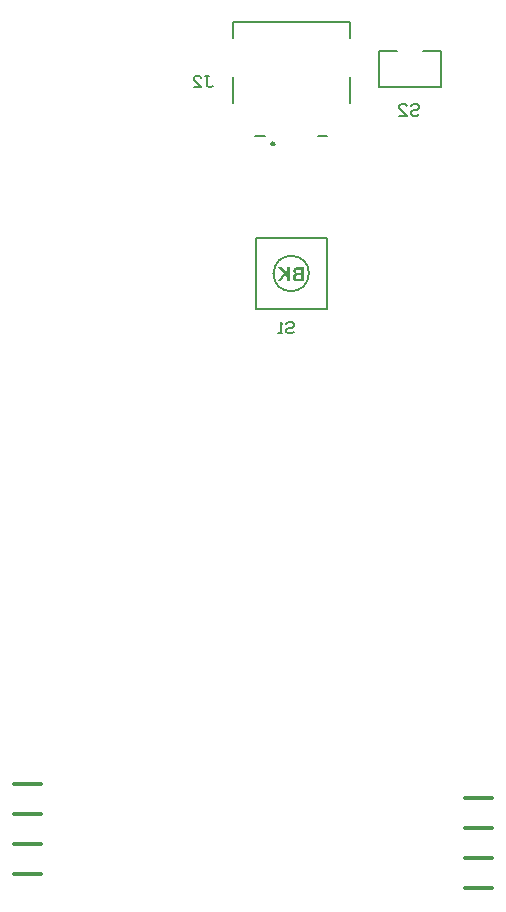
<source format=gbo>
%FSTAX23Y23*%
%MOIN*%
%SFA1B1*%

%IPPOS*%
%ADD10C,0.011810*%
%ADD12C,0.007870*%
%ADD14C,0.003940*%
%ADD16C,0.005910*%
%LNÑ§Ï°ÐÍºìÍâ×ª·¢Æ÷-1*%
%LPD*%
G36*
X06657Y06266D02*
X06656D01*
X06653Y06264*
X06651Y06262*
X06649Y06259*
Y06258*
Y06256*
X06651Y06253*
X06653Y06251*
X06656Y0625*
X06657*
X06659*
X06662Y06251*
X06664Y06253*
X06665Y06256*
Y06258*
Y06259*
X06664Y06262*
X06662Y06264*
X06659Y06266*
X06657*
G37*
G36*
X06717Y058D02*
X06707D01*
Y05813*
X067Y05821*
X06687Y058*
X06676*
X06694Y05827*
X06677Y05845*
X06689*
X06707Y05825*
Y05845*
X06717*
Y058*
G37*
G36*
X06763D02*
X06743D01*
X06742Y058*
X0674*
X06739Y058*
X06738*
X06737Y058*
X06736*
X06736Y058*
X06736*
X06735Y058*
X06734Y058*
X06732Y05801*
X06732Y05801*
X06731Y05801*
X0673Y05802*
X0673Y05802*
X0673Y05802*
X06729Y05803*
X06728Y05803*
X06727Y05804*
X06727Y05805*
X06727Y05806*
X06726Y05806*
X06726Y05806*
X06726Y05807*
X06725Y05808*
X06725Y05809*
X06725Y0581*
X06725Y05811*
X06725Y05812*
X06724Y05812*
Y05813*
Y05813*
X06725Y05814*
X06725Y05815*
X06725Y05817*
X06726Y05818*
X06726Y05818*
X06726Y05819*
X06727Y05819*
X06727Y0582*
X06728Y05821*
X06729Y05821*
X0673Y05822*
X06731Y05823*
X06732Y05823*
X06732Y05823*
X06733Y05824*
X06733Y05824*
X06733Y05824*
X06733*
X06732Y05824*
X06731Y05825*
X0673Y05825*
X0673Y05826*
X06729Y05827*
X06729Y05827*
X06728Y05827*
X06728Y05828*
X06728Y05829*
X06727Y0583*
X06727Y05831*
X06727Y05832*
X06727Y05832*
X06727Y05833*
Y05833*
Y05833*
X06727Y05835*
X06727Y05836*
X06727Y05836*
X06727Y05837*
X06728Y05838*
X06728Y05838*
X06728Y05839*
X06728Y05839*
X06729Y0584*
X06729Y0584*
X0673Y05841*
X0673Y05842*
X06731Y05842*
X06731Y05842*
X06732Y05843*
X06732Y05843*
X06732Y05843*
X06733Y05844*
X06734Y05844*
X06735Y05844*
X06735Y05844*
X06736Y05844*
X06736Y05844*
X06736*
X06737Y05845*
X06739Y05845*
X0674Y05845*
X06741Y05845*
X06743Y05845*
X06763*
Y058*
G37*
%LNÑ§Ï°ÐÍºìÍâ×ª·¢Æ÷-2*%
%LPC*%
G36*
X06753Y05837D02*
X06744D01*
X06743Y05837*
X06742*
X06741Y05837*
X06741*
X0674Y05837*
X0674*
X06739Y05837*
X06739Y05837*
X06738Y05837*
X06738Y05836*
X06737Y05836*
X06737Y05836*
X06737Y05836*
X06737Y05836*
X06736Y05835*
X06736Y05835*
X06736Y05834*
X06736Y05833*
X06736Y05833*
X06736Y05833*
Y05832*
Y05832*
X06736Y05831*
X06736Y05831*
X06736Y0583*
X06736Y0583*
X06737Y05829*
X06737Y05829*
X06737Y05829*
X06737Y05829*
X06738Y05828*
X06738Y05828*
X06739Y05828*
X06739Y05827*
X0674Y05827*
X0674Y05827*
X06741Y05827*
X06741*
X06741Y05827*
X06743*
X06745Y05827*
X06753*
Y05837*
G37*
G36*
Y05819D02*
X06744D01*
X06743Y05819*
X06742Y05819*
X06741*
X06741Y05819*
X0674Y05819*
X0674Y05819*
X06739Y05819*
X06739Y05819*
X06738Y05819*
X06738Y05819*
X06738*
X06737Y05818*
X06737Y05818*
X06736Y05818*
X06736Y05817*
X06735Y05817*
X06735Y05817*
X06735Y05817*
X06735Y05817*
X06735Y05816*
X06734Y05815*
X06734Y05815*
X06734Y05814*
X06734Y05814*
X06734Y05813*
Y05813*
Y05813*
X06734Y05812*
X06734Y05812*
X06734Y05811*
X06735Y0581*
X06735Y0581*
X06735Y0581*
X06735Y05809*
X06735Y05809*
X06736Y05809*
X06736Y05808*
X06737Y05808*
X06737Y05808*
X06738Y05808*
X06738Y05808*
X06739Y05807*
X06739*
X06739Y05807*
X06739*
X0674Y05807*
X06741Y05807*
X06742*
X06743Y05807*
X06753*
Y05819*
G37*
%LNÑ§Ï°ÐÍºìÍâ×ª·¢Æ÷-3*%
%LPD*%
G54D10*
X073Y04075D02*
X0739D01*
X073Y03975D02*
X0739D01*
X073Y03875D02*
X0739D01*
X073Y03775D02*
X0739D01*
X05795Y04124D02*
X05885D01*
X05795Y04024D02*
X05885D01*
X05795Y03924D02*
X05885D01*
X05795Y03824D02*
X05885D01*
G54D12*
X06779Y05825D02*
D01*
D01*
G75*
G03X0666I-00059J0D01*
G74*G01*
D01*
G75*
G03X06779I00059J0D01*
G74*G01*
X06524Y06611D02*
Y06662D01*
X06914Y06611D02*
Y06662D01*
X06524Y06394D02*
Y06481D01*
X06914Y06394D02*
Y06481D01*
X06524Y06662D02*
X06914D01*
X06599Y06284D02*
X06631D01*
X06808D02*
X06839D01*
X07218Y06566D02*
X07219Y06445D01*
X07012D02*
Y06566D01*
Y06445D02*
X07219D01*
X07012Y06566D02*
X07072D01*
X07159D02*
X07218D01*
X06601Y05706D02*
X06838D01*
X06601D02*
Y05943D01*
X06838*
Y05706D02*
Y05943D01*
G54D14*
X06665Y06258D02*
D01*
D01*
G75*
G03X06649I-00007J0D01*
G74*G01*
D01*
G75*
G03X06665I00007J0D01*
G74*G01*
G54D16*
X06433Y06484D02*
X06446D01*
X0644*
Y06451*
X06446Y06445*
X06453*
X0646Y06451*
X06394Y06445D02*
X0642D01*
X06394Y06471*
Y06477*
X064Y06484*
X06414*
X0642Y06477*
X07118Y06383D02*
X07125Y0639D01*
X07138*
X07145Y06383*
Y06377*
X07138Y0637*
X07125*
X07118Y06364*
Y06357*
X07125Y0635*
X07138*
X07145Y06357*
X07079Y0635D02*
X07105D01*
X07079Y06377*
Y06383*
X07085Y0639*
X07099*
X07105Y06383*
X06703Y05657D02*
X0671Y05664D01*
X06723*
X0673Y05657*
Y05651*
X06723Y05644*
X0671*
X06703Y05638*
Y05631*
X0671Y05625*
X06723*
X0673Y05631*
X0669Y05625D02*
X06677D01*
X06684*
Y05664*
X0669Y05657*
M02*
</source>
